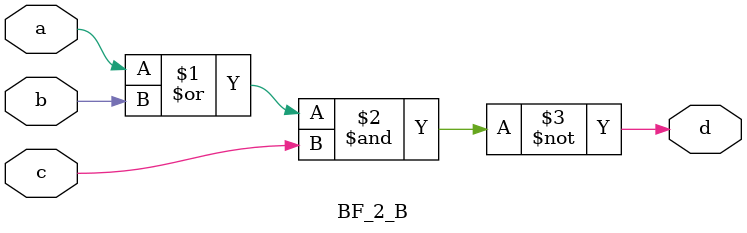
<source format=v>
`timescale 1ns / 1ps

module BF_2_B(
    input a, b, c,
    output d
    );
    
    assign d = ~((a | b) & c);
    
endmodule

</source>
